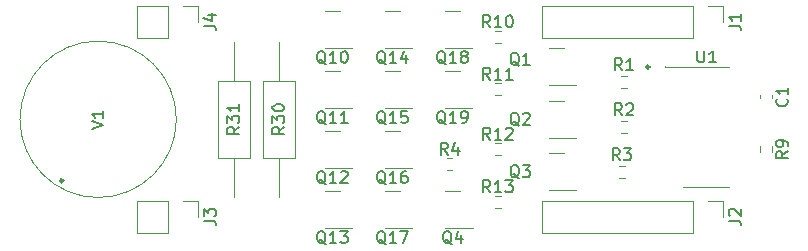
<source format=gbr>
G04 #@! TF.GenerationSoftware,KiCad,Pcbnew,6.0.4*
G04 #@! TF.CreationDate,2022-05-06T17:46:11+10:00*
G04 #@! TF.ProjectId,modularnixie,6d6f6475-6c61-4726-9e69-7869652e6b69,rev?*
G04 #@! TF.SameCoordinates,Original*
G04 #@! TF.FileFunction,Legend,Top*
G04 #@! TF.FilePolarity,Positive*
%FSLAX46Y46*%
G04 Gerber Fmt 4.6, Leading zero omitted, Abs format (unit mm)*
G04 Created by KiCad (PCBNEW 6.0.4) date 2022-05-06 17:46:11*
%MOMM*%
%LPD*%
G01*
G04 APERTURE LIST*
%ADD10C,0.150000*%
%ADD11C,0.275000*%
%ADD12C,0.120000*%
%ADD13C,0.283607*%
G04 APERTURE END LIST*
D10*
X124217201Y-59075000D02*
G75*
G03*
X124217201Y-59075000I-1J0D01*
G01*
D11*
X122884700Y-59075000D02*
G75*
G03*
X122884700Y-59075000I-137500J0D01*
G01*
D10*
G04 #@! TO.C,Q4*
X106141961Y-74067619D02*
X106046723Y-74020000D01*
X105951485Y-73924761D01*
X105808628Y-73781904D01*
X105713390Y-73734285D01*
X105618152Y-73734285D01*
X105665771Y-73972380D02*
X105570533Y-73924761D01*
X105475295Y-73829523D01*
X105427676Y-73639047D01*
X105427676Y-73305714D01*
X105475295Y-73115238D01*
X105570533Y-73020000D01*
X105665771Y-72972380D01*
X105856247Y-72972380D01*
X105951485Y-73020000D01*
X106046723Y-73115238D01*
X106094342Y-73305714D01*
X106094342Y-73639047D01*
X106046723Y-73829523D01*
X105951485Y-73924761D01*
X105856247Y-73972380D01*
X105665771Y-73972380D01*
X106951485Y-73305714D02*
X106951485Y-73972380D01*
X106713390Y-72924761D02*
X106475295Y-73639047D01*
X107094342Y-73639047D01*
G04 #@! TO.C,Q12*
X95475271Y-68987619D02*
X95380033Y-68940000D01*
X95284795Y-68844761D01*
X95141938Y-68701904D01*
X95046700Y-68654285D01*
X94951461Y-68654285D01*
X94999080Y-68892380D02*
X94903842Y-68844761D01*
X94808604Y-68749523D01*
X94760985Y-68559047D01*
X94760985Y-68225714D01*
X94808604Y-68035238D01*
X94903842Y-67940000D01*
X94999080Y-67892380D01*
X95189557Y-67892380D01*
X95284795Y-67940000D01*
X95380033Y-68035238D01*
X95427652Y-68225714D01*
X95427652Y-68559047D01*
X95380033Y-68749523D01*
X95284795Y-68844761D01*
X95189557Y-68892380D01*
X94999080Y-68892380D01*
X96380033Y-68892380D02*
X95808604Y-68892380D01*
X96094319Y-68892380D02*
X96094319Y-67892380D01*
X95999080Y-68035238D01*
X95903842Y-68130476D01*
X95808604Y-68178095D01*
X96760985Y-67987619D02*
X96808604Y-67940000D01*
X96903842Y-67892380D01*
X97141938Y-67892380D01*
X97237176Y-67940000D01*
X97284795Y-67987619D01*
X97332414Y-68082857D01*
X97332414Y-68178095D01*
X97284795Y-68320952D01*
X96713366Y-68892380D01*
X97332414Y-68892380D01*
G04 #@! TO.C,R3*
X120375533Y-66967380D02*
X120042200Y-66491190D01*
X119804104Y-66967380D02*
X119804104Y-65967380D01*
X120185057Y-65967380D01*
X120280295Y-66015000D01*
X120327914Y-66062619D01*
X120375533Y-66157857D01*
X120375533Y-66300714D01*
X120327914Y-66395952D01*
X120280295Y-66443571D01*
X120185057Y-66491190D01*
X119804104Y-66491190D01*
X120708866Y-65967380D02*
X121327914Y-65967380D01*
X120994580Y-66348333D01*
X121137438Y-66348333D01*
X121232676Y-66395952D01*
X121280295Y-66443571D01*
X121327914Y-66538809D01*
X121327914Y-66776904D01*
X121280295Y-66872142D01*
X121232676Y-66919761D01*
X121137438Y-66967380D01*
X120851723Y-66967380D01*
X120756485Y-66919761D01*
X120708866Y-66872142D01*
G04 #@! TO.C,U1*
X126955295Y-57687380D02*
X126955295Y-58496904D01*
X127002914Y-58592142D01*
X127050533Y-58639761D01*
X127145771Y-58687380D01*
X127336247Y-58687380D01*
X127431485Y-58639761D01*
X127479104Y-58592142D01*
X127526723Y-58496904D01*
X127526723Y-57687380D01*
X128526723Y-58687380D02*
X127955295Y-58687380D01*
X128241009Y-58687380D02*
X128241009Y-57687380D01*
X128145771Y-57830238D01*
X128050533Y-57925476D01*
X127955295Y-57973095D01*
G04 #@! TO.C,Q2*
X111856961Y-64047619D02*
X111761723Y-64000000D01*
X111666485Y-63904761D01*
X111523628Y-63761904D01*
X111428390Y-63714285D01*
X111333152Y-63714285D01*
X111380771Y-63952380D02*
X111285533Y-63904761D01*
X111190295Y-63809523D01*
X111142676Y-63619047D01*
X111142676Y-63285714D01*
X111190295Y-63095238D01*
X111285533Y-63000000D01*
X111380771Y-62952380D01*
X111571247Y-62952380D01*
X111666485Y-63000000D01*
X111761723Y-63095238D01*
X111809342Y-63285714D01*
X111809342Y-63619047D01*
X111761723Y-63809523D01*
X111666485Y-63904761D01*
X111571247Y-63952380D01*
X111380771Y-63952380D01*
X112190295Y-63047619D02*
X112237914Y-63000000D01*
X112333152Y-62952380D01*
X112571247Y-62952380D01*
X112666485Y-63000000D01*
X112714104Y-63047619D01*
X112761723Y-63142857D01*
X112761723Y-63238095D01*
X112714104Y-63380952D01*
X112142676Y-63952380D01*
X112761723Y-63952380D01*
G04 #@! TO.C,R30*
X91965780Y-64142857D02*
X91489590Y-64476190D01*
X91965780Y-64714285D02*
X90965780Y-64714285D01*
X90965780Y-64333333D01*
X91013400Y-64238095D01*
X91061019Y-64190476D01*
X91156257Y-64142857D01*
X91299114Y-64142857D01*
X91394352Y-64190476D01*
X91441971Y-64238095D01*
X91489590Y-64333333D01*
X91489590Y-64714285D01*
X90965780Y-63809523D02*
X90965780Y-63190476D01*
X91346733Y-63523809D01*
X91346733Y-63380952D01*
X91394352Y-63285714D01*
X91441971Y-63238095D01*
X91537209Y-63190476D01*
X91775304Y-63190476D01*
X91870542Y-63238095D01*
X91918161Y-63285714D01*
X91965780Y-63380952D01*
X91965780Y-63666666D01*
X91918161Y-63761904D01*
X91870542Y-63809523D01*
X90965780Y-62571428D02*
X90965780Y-62476190D01*
X91013400Y-62380952D01*
X91061019Y-62333333D01*
X91156257Y-62285714D01*
X91346733Y-62238095D01*
X91584828Y-62238095D01*
X91775304Y-62285714D01*
X91870542Y-62333333D01*
X91918161Y-62380952D01*
X91965780Y-62476190D01*
X91965780Y-62571428D01*
X91918161Y-62666666D01*
X91870542Y-62714285D01*
X91775304Y-62761904D01*
X91584828Y-62809523D01*
X91346733Y-62809523D01*
X91156257Y-62761904D01*
X91061019Y-62714285D01*
X91013400Y-62666666D01*
X90965780Y-62571428D01*
G04 #@! TO.C,J1*
X129609580Y-55578333D02*
X130323866Y-55578333D01*
X130466723Y-55625952D01*
X130561961Y-55721190D01*
X130609580Y-55864047D01*
X130609580Y-55959285D01*
X130609580Y-54578333D02*
X130609580Y-55149761D01*
X130609580Y-54864047D02*
X129609580Y-54864047D01*
X129752438Y-54959285D01*
X129847676Y-55054523D01*
X129895295Y-55149761D01*
G04 #@! TO.C,R9*
X134619580Y-66206666D02*
X134143390Y-66540000D01*
X134619580Y-66778095D02*
X133619580Y-66778095D01*
X133619580Y-66397142D01*
X133667200Y-66301904D01*
X133714819Y-66254285D01*
X133810057Y-66206666D01*
X133952914Y-66206666D01*
X134048152Y-66254285D01*
X134095771Y-66301904D01*
X134143390Y-66397142D01*
X134143390Y-66778095D01*
X134619580Y-65730476D02*
X134619580Y-65540000D01*
X134571961Y-65444761D01*
X134524342Y-65397142D01*
X134381485Y-65301904D01*
X134191009Y-65254285D01*
X133810057Y-65254285D01*
X133714819Y-65301904D01*
X133667200Y-65349523D01*
X133619580Y-65444761D01*
X133619580Y-65635238D01*
X133667200Y-65730476D01*
X133714819Y-65778095D01*
X133810057Y-65825714D01*
X134048152Y-65825714D01*
X134143390Y-65778095D01*
X134191009Y-65730476D01*
X134238628Y-65635238D01*
X134238628Y-65444761D01*
X134191009Y-65349523D01*
X134143390Y-65301904D01*
X134048152Y-65254285D01*
G04 #@! TO.C,Q14*
X100555271Y-58827619D02*
X100460033Y-58780000D01*
X100364795Y-58684761D01*
X100221938Y-58541904D01*
X100126700Y-58494285D01*
X100031461Y-58494285D01*
X100079080Y-58732380D02*
X99983842Y-58684761D01*
X99888604Y-58589523D01*
X99840985Y-58399047D01*
X99840985Y-58065714D01*
X99888604Y-57875238D01*
X99983842Y-57780000D01*
X100079080Y-57732380D01*
X100269557Y-57732380D01*
X100364795Y-57780000D01*
X100460033Y-57875238D01*
X100507652Y-58065714D01*
X100507652Y-58399047D01*
X100460033Y-58589523D01*
X100364795Y-58684761D01*
X100269557Y-58732380D01*
X100079080Y-58732380D01*
X101460033Y-58732380D02*
X100888604Y-58732380D01*
X101174319Y-58732380D02*
X101174319Y-57732380D01*
X101079080Y-57875238D01*
X100983842Y-57970476D01*
X100888604Y-58018095D01*
X102317176Y-58065714D02*
X102317176Y-58732380D01*
X102079080Y-57684761D02*
X101840985Y-58399047D01*
X102460033Y-58399047D01*
G04 #@! TO.C,J2*
X129609580Y-72088333D02*
X130323866Y-72088333D01*
X130466723Y-72135952D01*
X130561961Y-72231190D01*
X130609580Y-72374047D01*
X130609580Y-72469285D01*
X129704819Y-71659761D02*
X129657200Y-71612142D01*
X129609580Y-71516904D01*
X129609580Y-71278809D01*
X129657200Y-71183571D01*
X129704819Y-71135952D01*
X129800057Y-71088333D01*
X129895295Y-71088333D01*
X130038152Y-71135952D01*
X130609580Y-71707380D01*
X130609580Y-71088333D01*
G04 #@! TO.C,V1*
X75665780Y-64309523D02*
X76665780Y-63976190D01*
X75665780Y-63642857D01*
X76665780Y-62785714D02*
X76665780Y-63357142D01*
X76665780Y-63071428D02*
X75665780Y-63071428D01*
X75808638Y-63166666D01*
X75903876Y-63261904D01*
X75951495Y-63357142D01*
G04 #@! TO.C,Q3*
X111856961Y-68492619D02*
X111761723Y-68445000D01*
X111666485Y-68349761D01*
X111523628Y-68206904D01*
X111428390Y-68159285D01*
X111333152Y-68159285D01*
X111380771Y-68397380D02*
X111285533Y-68349761D01*
X111190295Y-68254523D01*
X111142676Y-68064047D01*
X111142676Y-67730714D01*
X111190295Y-67540238D01*
X111285533Y-67445000D01*
X111380771Y-67397380D01*
X111571247Y-67397380D01*
X111666485Y-67445000D01*
X111761723Y-67540238D01*
X111809342Y-67730714D01*
X111809342Y-68064047D01*
X111761723Y-68254523D01*
X111666485Y-68349761D01*
X111571247Y-68397380D01*
X111380771Y-68397380D01*
X112142676Y-67397380D02*
X112761723Y-67397380D01*
X112428390Y-67778333D01*
X112571247Y-67778333D01*
X112666485Y-67825952D01*
X112714104Y-67873571D01*
X112761723Y-67968809D01*
X112761723Y-68206904D01*
X112714104Y-68302142D01*
X112666485Y-68349761D01*
X112571247Y-68397380D01*
X112285533Y-68397380D01*
X112190295Y-68349761D01*
X112142676Y-68302142D01*
G04 #@! TO.C,R12*
X109404342Y-65222380D02*
X109071009Y-64746190D01*
X108832914Y-65222380D02*
X108832914Y-64222380D01*
X109213866Y-64222380D01*
X109309104Y-64270000D01*
X109356723Y-64317619D01*
X109404342Y-64412857D01*
X109404342Y-64555714D01*
X109356723Y-64650952D01*
X109309104Y-64698571D01*
X109213866Y-64746190D01*
X108832914Y-64746190D01*
X110356723Y-65222380D02*
X109785295Y-65222380D01*
X110071009Y-65222380D02*
X110071009Y-64222380D01*
X109975771Y-64365238D01*
X109880533Y-64460476D01*
X109785295Y-64508095D01*
X110737676Y-64317619D02*
X110785295Y-64270000D01*
X110880533Y-64222380D01*
X111118628Y-64222380D01*
X111213866Y-64270000D01*
X111261485Y-64317619D01*
X111309104Y-64412857D01*
X111309104Y-64508095D01*
X111261485Y-64650952D01*
X110690057Y-65222380D01*
X111309104Y-65222380D01*
G04 #@! TO.C,C1*
X134524342Y-61761666D02*
X134571961Y-61809285D01*
X134619580Y-61952142D01*
X134619580Y-62047380D01*
X134571961Y-62190238D01*
X134476723Y-62285476D01*
X134381485Y-62333095D01*
X134191009Y-62380714D01*
X134048152Y-62380714D01*
X133857676Y-62333095D01*
X133762438Y-62285476D01*
X133667200Y-62190238D01*
X133619580Y-62047380D01*
X133619580Y-61952142D01*
X133667200Y-61809285D01*
X133714819Y-61761666D01*
X134619580Y-60809285D02*
X134619580Y-61380714D01*
X134619580Y-61095000D02*
X133619580Y-61095000D01*
X133762438Y-61190238D01*
X133857676Y-61285476D01*
X133905295Y-61380714D01*
G04 #@! TO.C,Q10*
X95475271Y-58827619D02*
X95380033Y-58780000D01*
X95284795Y-58684761D01*
X95141938Y-58541904D01*
X95046700Y-58494285D01*
X94951461Y-58494285D01*
X94999080Y-58732380D02*
X94903842Y-58684761D01*
X94808604Y-58589523D01*
X94760985Y-58399047D01*
X94760985Y-58065714D01*
X94808604Y-57875238D01*
X94903842Y-57780000D01*
X94999080Y-57732380D01*
X95189557Y-57732380D01*
X95284795Y-57780000D01*
X95380033Y-57875238D01*
X95427652Y-58065714D01*
X95427652Y-58399047D01*
X95380033Y-58589523D01*
X95284795Y-58684761D01*
X95189557Y-58732380D01*
X94999080Y-58732380D01*
X96380033Y-58732380D02*
X95808604Y-58732380D01*
X96094319Y-58732380D02*
X96094319Y-57732380D01*
X95999080Y-57875238D01*
X95903842Y-57970476D01*
X95808604Y-58018095D01*
X96999080Y-57732380D02*
X97094319Y-57732380D01*
X97189557Y-57780000D01*
X97237176Y-57827619D01*
X97284795Y-57922857D01*
X97332414Y-58113333D01*
X97332414Y-58351428D01*
X97284795Y-58541904D01*
X97237176Y-58637142D01*
X97189557Y-58684761D01*
X97094319Y-58732380D01*
X96999080Y-58732380D01*
X96903842Y-58684761D01*
X96856223Y-58637142D01*
X96808604Y-58541904D01*
X96760985Y-58351428D01*
X96760985Y-58113333D01*
X96808604Y-57922857D01*
X96856223Y-57827619D01*
X96903842Y-57780000D01*
X96999080Y-57732380D01*
G04 #@! TO.C,Q13*
X95475271Y-74067619D02*
X95380033Y-74020000D01*
X95284795Y-73924761D01*
X95141938Y-73781904D01*
X95046700Y-73734285D01*
X94951461Y-73734285D01*
X94999080Y-73972380D02*
X94903842Y-73924761D01*
X94808604Y-73829523D01*
X94760985Y-73639047D01*
X94760985Y-73305714D01*
X94808604Y-73115238D01*
X94903842Y-73020000D01*
X94999080Y-72972380D01*
X95189557Y-72972380D01*
X95284795Y-73020000D01*
X95380033Y-73115238D01*
X95427652Y-73305714D01*
X95427652Y-73639047D01*
X95380033Y-73829523D01*
X95284795Y-73924761D01*
X95189557Y-73972380D01*
X94999080Y-73972380D01*
X96380033Y-73972380D02*
X95808604Y-73972380D01*
X96094319Y-73972380D02*
X96094319Y-72972380D01*
X95999080Y-73115238D01*
X95903842Y-73210476D01*
X95808604Y-73258095D01*
X96713366Y-72972380D02*
X97332414Y-72972380D01*
X96999080Y-73353333D01*
X97141938Y-73353333D01*
X97237176Y-73400952D01*
X97284795Y-73448571D01*
X97332414Y-73543809D01*
X97332414Y-73781904D01*
X97284795Y-73877142D01*
X97237176Y-73924761D01*
X97141938Y-73972380D01*
X96856223Y-73972380D01*
X96760985Y-73924761D01*
X96713366Y-73877142D01*
G04 #@! TO.C,Q17*
X100555271Y-74067619D02*
X100460033Y-74020000D01*
X100364795Y-73924761D01*
X100221938Y-73781904D01*
X100126700Y-73734285D01*
X100031461Y-73734285D01*
X100079080Y-73972380D02*
X99983842Y-73924761D01*
X99888604Y-73829523D01*
X99840985Y-73639047D01*
X99840985Y-73305714D01*
X99888604Y-73115238D01*
X99983842Y-73020000D01*
X100079080Y-72972380D01*
X100269557Y-72972380D01*
X100364795Y-73020000D01*
X100460033Y-73115238D01*
X100507652Y-73305714D01*
X100507652Y-73639047D01*
X100460033Y-73829523D01*
X100364795Y-73924761D01*
X100269557Y-73972380D01*
X100079080Y-73972380D01*
X101460033Y-73972380D02*
X100888604Y-73972380D01*
X101174319Y-73972380D02*
X101174319Y-72972380D01*
X101079080Y-73115238D01*
X100983842Y-73210476D01*
X100888604Y-73258095D01*
X101793366Y-72972380D02*
X102460033Y-72972380D01*
X102031461Y-73972380D01*
G04 #@! TO.C,J4*
X85159580Y-55578333D02*
X85873866Y-55578333D01*
X86016723Y-55625952D01*
X86111961Y-55721190D01*
X86159580Y-55864047D01*
X86159580Y-55959285D01*
X85492914Y-54673571D02*
X86159580Y-54673571D01*
X85111961Y-54911666D02*
X85826247Y-55149761D01*
X85826247Y-54530714D01*
G04 #@! TO.C,Q15*
X100555271Y-63907619D02*
X100460033Y-63860000D01*
X100364795Y-63764761D01*
X100221938Y-63621904D01*
X100126700Y-63574285D01*
X100031461Y-63574285D01*
X100079080Y-63812380D02*
X99983842Y-63764761D01*
X99888604Y-63669523D01*
X99840985Y-63479047D01*
X99840985Y-63145714D01*
X99888604Y-62955238D01*
X99983842Y-62860000D01*
X100079080Y-62812380D01*
X100269557Y-62812380D01*
X100364795Y-62860000D01*
X100460033Y-62955238D01*
X100507652Y-63145714D01*
X100507652Y-63479047D01*
X100460033Y-63669523D01*
X100364795Y-63764761D01*
X100269557Y-63812380D01*
X100079080Y-63812380D01*
X101460033Y-63812380D02*
X100888604Y-63812380D01*
X101174319Y-63812380D02*
X101174319Y-62812380D01*
X101079080Y-62955238D01*
X100983842Y-63050476D01*
X100888604Y-63098095D01*
X102364795Y-62812380D02*
X101888604Y-62812380D01*
X101840985Y-63288571D01*
X101888604Y-63240952D01*
X101983842Y-63193333D01*
X102221938Y-63193333D01*
X102317176Y-63240952D01*
X102364795Y-63288571D01*
X102412414Y-63383809D01*
X102412414Y-63621904D01*
X102364795Y-63717142D01*
X102317176Y-63764761D01*
X102221938Y-63812380D01*
X101983842Y-63812380D01*
X101888604Y-63764761D01*
X101840985Y-63717142D01*
G04 #@! TO.C,Q16*
X100555271Y-68987619D02*
X100460033Y-68940000D01*
X100364795Y-68844761D01*
X100221938Y-68701904D01*
X100126700Y-68654285D01*
X100031461Y-68654285D01*
X100079080Y-68892380D02*
X99983842Y-68844761D01*
X99888604Y-68749523D01*
X99840985Y-68559047D01*
X99840985Y-68225714D01*
X99888604Y-68035238D01*
X99983842Y-67940000D01*
X100079080Y-67892380D01*
X100269557Y-67892380D01*
X100364795Y-67940000D01*
X100460033Y-68035238D01*
X100507652Y-68225714D01*
X100507652Y-68559047D01*
X100460033Y-68749523D01*
X100364795Y-68844761D01*
X100269557Y-68892380D01*
X100079080Y-68892380D01*
X101460033Y-68892380D02*
X100888604Y-68892380D01*
X101174319Y-68892380D02*
X101174319Y-67892380D01*
X101079080Y-68035238D01*
X100983842Y-68130476D01*
X100888604Y-68178095D01*
X102317176Y-67892380D02*
X102126700Y-67892380D01*
X102031461Y-67940000D01*
X101983842Y-67987619D01*
X101888604Y-68130476D01*
X101840985Y-68320952D01*
X101840985Y-68701904D01*
X101888604Y-68797142D01*
X101936223Y-68844761D01*
X102031461Y-68892380D01*
X102221938Y-68892380D01*
X102317176Y-68844761D01*
X102364795Y-68797142D01*
X102412414Y-68701904D01*
X102412414Y-68463809D01*
X102364795Y-68368571D01*
X102317176Y-68320952D01*
X102221938Y-68273333D01*
X102031461Y-68273333D01*
X101936223Y-68320952D01*
X101888604Y-68368571D01*
X101840985Y-68463809D01*
G04 #@! TO.C,J3*
X85159580Y-72088333D02*
X85873866Y-72088333D01*
X86016723Y-72135952D01*
X86111961Y-72231190D01*
X86159580Y-72374047D01*
X86159580Y-72469285D01*
X85159580Y-71707380D02*
X85159580Y-71088333D01*
X85540533Y-71421666D01*
X85540533Y-71278809D01*
X85588152Y-71183571D01*
X85635771Y-71135952D01*
X85731009Y-71088333D01*
X85969104Y-71088333D01*
X86064342Y-71135952D01*
X86111961Y-71183571D01*
X86159580Y-71278809D01*
X86159580Y-71564523D01*
X86111961Y-71659761D01*
X86064342Y-71707380D01*
G04 #@! TO.C,Q19*
X105635271Y-63907619D02*
X105540033Y-63860000D01*
X105444795Y-63764761D01*
X105301938Y-63621904D01*
X105206700Y-63574285D01*
X105111461Y-63574285D01*
X105159080Y-63812380D02*
X105063842Y-63764761D01*
X104968604Y-63669523D01*
X104920985Y-63479047D01*
X104920985Y-63145714D01*
X104968604Y-62955238D01*
X105063842Y-62860000D01*
X105159080Y-62812380D01*
X105349557Y-62812380D01*
X105444795Y-62860000D01*
X105540033Y-62955238D01*
X105587652Y-63145714D01*
X105587652Y-63479047D01*
X105540033Y-63669523D01*
X105444795Y-63764761D01*
X105349557Y-63812380D01*
X105159080Y-63812380D01*
X106540033Y-63812380D02*
X105968604Y-63812380D01*
X106254319Y-63812380D02*
X106254319Y-62812380D01*
X106159080Y-62955238D01*
X106063842Y-63050476D01*
X105968604Y-63098095D01*
X107016223Y-63812380D02*
X107206700Y-63812380D01*
X107301938Y-63764761D01*
X107349557Y-63717142D01*
X107444795Y-63574285D01*
X107492414Y-63383809D01*
X107492414Y-63002857D01*
X107444795Y-62907619D01*
X107397176Y-62860000D01*
X107301938Y-62812380D01*
X107111461Y-62812380D01*
X107016223Y-62860000D01*
X106968604Y-62907619D01*
X106920985Y-63002857D01*
X106920985Y-63240952D01*
X106968604Y-63336190D01*
X107016223Y-63383809D01*
X107111461Y-63431428D01*
X107301938Y-63431428D01*
X107397176Y-63383809D01*
X107444795Y-63336190D01*
X107492414Y-63240952D01*
G04 #@! TO.C,R31*
X88155780Y-64142857D02*
X87679590Y-64476190D01*
X88155780Y-64714285D02*
X87155780Y-64714285D01*
X87155780Y-64333333D01*
X87203400Y-64238095D01*
X87251019Y-64190476D01*
X87346257Y-64142857D01*
X87489114Y-64142857D01*
X87584352Y-64190476D01*
X87631971Y-64238095D01*
X87679590Y-64333333D01*
X87679590Y-64714285D01*
X87155780Y-63809523D02*
X87155780Y-63190476D01*
X87536733Y-63523809D01*
X87536733Y-63380952D01*
X87584352Y-63285714D01*
X87631971Y-63238095D01*
X87727209Y-63190476D01*
X87965304Y-63190476D01*
X88060542Y-63238095D01*
X88108161Y-63285714D01*
X88155780Y-63380952D01*
X88155780Y-63666666D01*
X88108161Y-63761904D01*
X88060542Y-63809523D01*
X88155780Y-62238095D02*
X88155780Y-62809523D01*
X88155780Y-62523809D02*
X87155780Y-62523809D01*
X87298638Y-62619047D01*
X87393876Y-62714285D01*
X87441495Y-62809523D01*
G04 #@! TO.C,Q18*
X105635271Y-58827619D02*
X105540033Y-58780000D01*
X105444795Y-58684761D01*
X105301938Y-58541904D01*
X105206700Y-58494285D01*
X105111461Y-58494285D01*
X105159080Y-58732380D02*
X105063842Y-58684761D01*
X104968604Y-58589523D01*
X104920985Y-58399047D01*
X104920985Y-58065714D01*
X104968604Y-57875238D01*
X105063842Y-57780000D01*
X105159080Y-57732380D01*
X105349557Y-57732380D01*
X105444795Y-57780000D01*
X105540033Y-57875238D01*
X105587652Y-58065714D01*
X105587652Y-58399047D01*
X105540033Y-58589523D01*
X105444795Y-58684761D01*
X105349557Y-58732380D01*
X105159080Y-58732380D01*
X106540033Y-58732380D02*
X105968604Y-58732380D01*
X106254319Y-58732380D02*
X106254319Y-57732380D01*
X106159080Y-57875238D01*
X106063842Y-57970476D01*
X105968604Y-58018095D01*
X107111461Y-58160952D02*
X107016223Y-58113333D01*
X106968604Y-58065714D01*
X106920985Y-57970476D01*
X106920985Y-57922857D01*
X106968604Y-57827619D01*
X107016223Y-57780000D01*
X107111461Y-57732380D01*
X107301938Y-57732380D01*
X107397176Y-57780000D01*
X107444795Y-57827619D01*
X107492414Y-57922857D01*
X107492414Y-57970476D01*
X107444795Y-58065714D01*
X107397176Y-58113333D01*
X107301938Y-58160952D01*
X107111461Y-58160952D01*
X107016223Y-58208571D01*
X106968604Y-58256190D01*
X106920985Y-58351428D01*
X106920985Y-58541904D01*
X106968604Y-58637142D01*
X107016223Y-58684761D01*
X107111461Y-58732380D01*
X107301938Y-58732380D01*
X107397176Y-58684761D01*
X107444795Y-58637142D01*
X107492414Y-58541904D01*
X107492414Y-58351428D01*
X107444795Y-58256190D01*
X107397176Y-58208571D01*
X107301938Y-58160952D01*
G04 #@! TO.C,Q1*
X111856961Y-58967619D02*
X111761723Y-58920000D01*
X111666485Y-58824761D01*
X111523628Y-58681904D01*
X111428390Y-58634285D01*
X111333152Y-58634285D01*
X111380771Y-58872380D02*
X111285533Y-58824761D01*
X111190295Y-58729523D01*
X111142676Y-58539047D01*
X111142676Y-58205714D01*
X111190295Y-58015238D01*
X111285533Y-57920000D01*
X111380771Y-57872380D01*
X111571247Y-57872380D01*
X111666485Y-57920000D01*
X111761723Y-58015238D01*
X111809342Y-58205714D01*
X111809342Y-58539047D01*
X111761723Y-58729523D01*
X111666485Y-58824761D01*
X111571247Y-58872380D01*
X111380771Y-58872380D01*
X112761723Y-58872380D02*
X112190295Y-58872380D01*
X112476009Y-58872380D02*
X112476009Y-57872380D01*
X112380771Y-58015238D01*
X112285533Y-58110476D01*
X112190295Y-58158095D01*
G04 #@! TO.C,R1*
X120565533Y-59347380D02*
X120232200Y-58871190D01*
X119994104Y-59347380D02*
X119994104Y-58347380D01*
X120375057Y-58347380D01*
X120470295Y-58395000D01*
X120517914Y-58442619D01*
X120565533Y-58537857D01*
X120565533Y-58680714D01*
X120517914Y-58775952D01*
X120470295Y-58823571D01*
X120375057Y-58871190D01*
X119994104Y-58871190D01*
X121517914Y-59347380D02*
X120946485Y-59347380D01*
X121232200Y-59347380D02*
X121232200Y-58347380D01*
X121136961Y-58490238D01*
X121041723Y-58585476D01*
X120946485Y-58633095D01*
G04 #@! TO.C,R10*
X109404342Y-55697380D02*
X109071009Y-55221190D01*
X108832914Y-55697380D02*
X108832914Y-54697380D01*
X109213866Y-54697380D01*
X109309104Y-54745000D01*
X109356723Y-54792619D01*
X109404342Y-54887857D01*
X109404342Y-55030714D01*
X109356723Y-55125952D01*
X109309104Y-55173571D01*
X109213866Y-55221190D01*
X108832914Y-55221190D01*
X110356723Y-55697380D02*
X109785295Y-55697380D01*
X110071009Y-55697380D02*
X110071009Y-54697380D01*
X109975771Y-54840238D01*
X109880533Y-54935476D01*
X109785295Y-54983095D01*
X110975771Y-54697380D02*
X111071009Y-54697380D01*
X111166247Y-54745000D01*
X111213866Y-54792619D01*
X111261485Y-54887857D01*
X111309104Y-55078333D01*
X111309104Y-55316428D01*
X111261485Y-55506904D01*
X111213866Y-55602142D01*
X111166247Y-55649761D01*
X111071009Y-55697380D01*
X110975771Y-55697380D01*
X110880533Y-55649761D01*
X110832914Y-55602142D01*
X110785295Y-55506904D01*
X110737676Y-55316428D01*
X110737676Y-55078333D01*
X110785295Y-54887857D01*
X110832914Y-54792619D01*
X110880533Y-54745000D01*
X110975771Y-54697380D01*
G04 #@! TO.C,R11*
X109404342Y-60142380D02*
X109071009Y-59666190D01*
X108832914Y-60142380D02*
X108832914Y-59142380D01*
X109213866Y-59142380D01*
X109309104Y-59190000D01*
X109356723Y-59237619D01*
X109404342Y-59332857D01*
X109404342Y-59475714D01*
X109356723Y-59570952D01*
X109309104Y-59618571D01*
X109213866Y-59666190D01*
X108832914Y-59666190D01*
X110356723Y-60142380D02*
X109785295Y-60142380D01*
X110071009Y-60142380D02*
X110071009Y-59142380D01*
X109975771Y-59285238D01*
X109880533Y-59380476D01*
X109785295Y-59428095D01*
X111309104Y-60142380D02*
X110737676Y-60142380D01*
X111023390Y-60142380D02*
X111023390Y-59142380D01*
X110928152Y-59285238D01*
X110832914Y-59380476D01*
X110737676Y-59428095D01*
G04 #@! TO.C,R4*
X105811233Y-66492380D02*
X105477900Y-66016190D01*
X105239804Y-66492380D02*
X105239804Y-65492380D01*
X105620757Y-65492380D01*
X105715995Y-65540000D01*
X105763614Y-65587619D01*
X105811233Y-65682857D01*
X105811233Y-65825714D01*
X105763614Y-65920952D01*
X105715995Y-65968571D01*
X105620757Y-66016190D01*
X105239804Y-66016190D01*
X106668376Y-65825714D02*
X106668376Y-66492380D01*
X106430280Y-65444761D02*
X106192185Y-66159047D01*
X106811233Y-66159047D01*
G04 #@! TO.C,Q11*
X95475271Y-63907619D02*
X95380033Y-63860000D01*
X95284795Y-63764761D01*
X95141938Y-63621904D01*
X95046700Y-63574285D01*
X94951461Y-63574285D01*
X94999080Y-63812380D02*
X94903842Y-63764761D01*
X94808604Y-63669523D01*
X94760985Y-63479047D01*
X94760985Y-63145714D01*
X94808604Y-62955238D01*
X94903842Y-62860000D01*
X94999080Y-62812380D01*
X95189557Y-62812380D01*
X95284795Y-62860000D01*
X95380033Y-62955238D01*
X95427652Y-63145714D01*
X95427652Y-63479047D01*
X95380033Y-63669523D01*
X95284795Y-63764761D01*
X95189557Y-63812380D01*
X94999080Y-63812380D01*
X96380033Y-63812380D02*
X95808604Y-63812380D01*
X96094319Y-63812380D02*
X96094319Y-62812380D01*
X95999080Y-62955238D01*
X95903842Y-63050476D01*
X95808604Y-63098095D01*
X97332414Y-63812380D02*
X96760985Y-63812380D01*
X97046700Y-63812380D02*
X97046700Y-62812380D01*
X96951461Y-62955238D01*
X96856223Y-63050476D01*
X96760985Y-63098095D01*
G04 #@! TO.C,R13*
X109404342Y-69667380D02*
X109071009Y-69191190D01*
X108832914Y-69667380D02*
X108832914Y-68667380D01*
X109213866Y-68667380D01*
X109309104Y-68715000D01*
X109356723Y-68762619D01*
X109404342Y-68857857D01*
X109404342Y-69000714D01*
X109356723Y-69095952D01*
X109309104Y-69143571D01*
X109213866Y-69191190D01*
X108832914Y-69191190D01*
X110356723Y-69667380D02*
X109785295Y-69667380D01*
X110071009Y-69667380D02*
X110071009Y-68667380D01*
X109975771Y-68810238D01*
X109880533Y-68905476D01*
X109785295Y-68953095D01*
X110690057Y-68667380D02*
X111309104Y-68667380D01*
X110975771Y-69048333D01*
X111118628Y-69048333D01*
X111213866Y-69095952D01*
X111261485Y-69143571D01*
X111309104Y-69238809D01*
X111309104Y-69476904D01*
X111261485Y-69572142D01*
X111213866Y-69619761D01*
X111118628Y-69667380D01*
X110832914Y-69667380D01*
X110737676Y-69619761D01*
X110690057Y-69572142D01*
G04 #@! TO.C,R2*
X120565533Y-63157380D02*
X120232200Y-62681190D01*
X119994104Y-63157380D02*
X119994104Y-62157380D01*
X120375057Y-62157380D01*
X120470295Y-62205000D01*
X120517914Y-62252619D01*
X120565533Y-62347857D01*
X120565533Y-62490714D01*
X120517914Y-62585952D01*
X120470295Y-62633571D01*
X120375057Y-62681190D01*
X119994104Y-62681190D01*
X120946485Y-62252619D02*
X120994104Y-62205000D01*
X121089342Y-62157380D01*
X121327438Y-62157380D01*
X121422676Y-62205000D01*
X121470295Y-62252619D01*
X121517914Y-62347857D01*
X121517914Y-62443095D01*
X121470295Y-62585952D01*
X120898866Y-63157380D01*
X121517914Y-63157380D01*
D12*
G04 #@! TO.C,Q4*
X106237200Y-69560000D02*
X105587200Y-69560000D01*
X106237200Y-72680000D02*
X105587200Y-72680000D01*
X106237200Y-69560000D02*
X106887200Y-69560000D01*
X106237200Y-72680000D02*
X107912200Y-72680000D01*
G04 #@! TO.C,Q12*
X96046700Y-64480000D02*
X96696700Y-64480000D01*
X96046700Y-64480000D02*
X95396700Y-64480000D01*
X96046700Y-67600000D02*
X95396700Y-67600000D01*
X96046700Y-67600000D02*
X97721700Y-67600000D01*
G04 #@! TO.C,R3*
X120304942Y-67422500D02*
X120779458Y-67422500D01*
X120304942Y-68467500D02*
X120779458Y-68467500D01*
G04 #@! TO.C,U1*
X127717200Y-69195000D02*
X125767200Y-69195000D01*
X127717200Y-69195000D02*
X129667200Y-69195000D01*
X127717200Y-59075000D02*
X124217200Y-59075000D01*
X127717200Y-59075000D02*
X129667200Y-59075000D01*
G04 #@! TO.C,Q2*
X115017200Y-61940000D02*
X114367200Y-61940000D01*
X115017200Y-61940000D02*
X115667200Y-61940000D01*
X115017200Y-65060000D02*
X116692200Y-65060000D01*
X115017200Y-65060000D02*
X114367200Y-65060000D01*
G04 #@! TO.C,R30*
X91513400Y-70080000D02*
X91513400Y-66770000D01*
X91513400Y-56920000D02*
X91513400Y-60230000D01*
X90143400Y-66770000D02*
X92883400Y-66770000D01*
X90143400Y-60230000D02*
X90143400Y-66770000D01*
X92883400Y-66770000D02*
X92883400Y-60230000D01*
X92883400Y-60230000D02*
X90143400Y-60230000D01*
G04 #@! TO.C,J1*
X126557200Y-53915000D02*
X113797200Y-53915000D01*
X129157200Y-53915000D02*
X129157200Y-55245000D01*
X127827200Y-53915000D02*
X129157200Y-53915000D01*
X113797200Y-53915000D02*
X113797200Y-56575000D01*
X126557200Y-53915000D02*
X126557200Y-56575000D01*
X126557200Y-56575000D02*
X113797200Y-56575000D01*
G04 #@! TO.C,R9*
X132214700Y-65802742D02*
X132214700Y-66277258D01*
X133259700Y-65802742D02*
X133259700Y-66277258D01*
G04 #@! TO.C,Q14*
X101126700Y-54320000D02*
X100476700Y-54320000D01*
X101126700Y-57440000D02*
X100476700Y-57440000D01*
X101126700Y-54320000D02*
X101776700Y-54320000D01*
X101126700Y-57440000D02*
X102801700Y-57440000D01*
G04 #@! TO.C,J2*
X126557200Y-70425000D02*
X126557200Y-73085000D01*
X129157200Y-70425000D02*
X129157200Y-71755000D01*
X127827200Y-70425000D02*
X129157200Y-70425000D01*
X126557200Y-73085000D02*
X113797200Y-73085000D01*
X113797200Y-70425000D02*
X113797200Y-73085000D01*
X126557200Y-70425000D02*
X113797200Y-70425000D01*
G04 #@! TO.C,V1*
X82833400Y-63500000D02*
G75*
G03*
X82833400Y-63500000I-6620000J0D01*
G01*
D13*
X73255203Y-68700000D02*
G75*
G03*
X73255203Y-68700000I-141803J0D01*
G01*
D12*
G04 #@! TO.C,Q3*
X115017200Y-66385000D02*
X114367200Y-66385000D01*
X115017200Y-69505000D02*
X116692200Y-69505000D01*
X115017200Y-69505000D02*
X114367200Y-69505000D01*
X115017200Y-66385000D02*
X115667200Y-66385000D01*
G04 #@! TO.C,R12*
X109809942Y-66562500D02*
X110284458Y-66562500D01*
X109809942Y-65517500D02*
X110284458Y-65517500D01*
G04 #@! TO.C,C1*
X133247200Y-61454420D02*
X133247200Y-61735580D01*
X132227200Y-61454420D02*
X132227200Y-61735580D01*
G04 #@! TO.C,Q10*
X96046700Y-54320000D02*
X95396700Y-54320000D01*
X96046700Y-54320000D02*
X96696700Y-54320000D01*
X96046700Y-57440000D02*
X95396700Y-57440000D01*
X96046700Y-57440000D02*
X97721700Y-57440000D01*
G04 #@! TO.C,Q13*
X96046700Y-69560000D02*
X95396700Y-69560000D01*
X96046700Y-72680000D02*
X97721700Y-72680000D01*
X96046700Y-69560000D02*
X96696700Y-69560000D01*
X96046700Y-72680000D02*
X95396700Y-72680000D01*
G04 #@! TO.C,Q17*
X101126700Y-69560000D02*
X100476700Y-69560000D01*
X101126700Y-72680000D02*
X100476700Y-72680000D01*
X101126700Y-72680000D02*
X102801700Y-72680000D01*
X101126700Y-69560000D02*
X101776700Y-69560000D01*
G04 #@! TO.C,J4*
X84707200Y-53915000D02*
X84707200Y-55245000D01*
X83377200Y-53915000D02*
X84707200Y-53915000D01*
X82107200Y-53915000D02*
X82107200Y-56575000D01*
X82107200Y-56575000D02*
X79507200Y-56575000D01*
X82107200Y-53915000D02*
X79507200Y-53915000D01*
X79507200Y-53915000D02*
X79507200Y-56575000D01*
G04 #@! TO.C,Q15*
X101126700Y-62520000D02*
X102801700Y-62520000D01*
X101126700Y-59400000D02*
X101776700Y-59400000D01*
X101126700Y-62520000D02*
X100476700Y-62520000D01*
X101126700Y-59400000D02*
X100476700Y-59400000D01*
G04 #@! TO.C,Q16*
X101126700Y-67600000D02*
X100476700Y-67600000D01*
X101126700Y-64480000D02*
X101776700Y-64480000D01*
X101126700Y-67600000D02*
X102801700Y-67600000D01*
X101126700Y-64480000D02*
X100476700Y-64480000D01*
G04 #@! TO.C,J3*
X82107200Y-70425000D02*
X79507200Y-70425000D01*
X79507200Y-70425000D02*
X79507200Y-73085000D01*
X82107200Y-70425000D02*
X82107200Y-73085000D01*
X82107200Y-73085000D02*
X79507200Y-73085000D01*
X84707200Y-70425000D02*
X84707200Y-71755000D01*
X83377200Y-70425000D02*
X84707200Y-70425000D01*
G04 #@! TO.C,Q19*
X106206700Y-62520000D02*
X107881700Y-62520000D01*
X106206700Y-59400000D02*
X105556700Y-59400000D01*
X106206700Y-62520000D02*
X105556700Y-62520000D01*
X106206700Y-59400000D02*
X106856700Y-59400000D01*
G04 #@! TO.C,R31*
X86333400Y-66770000D02*
X89073400Y-66770000D01*
X86333400Y-60230000D02*
X86333400Y-66770000D01*
X89073400Y-60230000D02*
X86333400Y-60230000D01*
X87703400Y-70080000D02*
X87703400Y-66770000D01*
X87703400Y-56920000D02*
X87703400Y-60230000D01*
X89073400Y-66770000D02*
X89073400Y-60230000D01*
G04 #@! TO.C,Q18*
X106206700Y-57440000D02*
X105556700Y-57440000D01*
X106206700Y-54320000D02*
X106856700Y-54320000D01*
X106206700Y-57440000D02*
X107881700Y-57440000D01*
X106206700Y-54320000D02*
X105556700Y-54320000D01*
G04 #@! TO.C,Q1*
X115017200Y-60615000D02*
X116692200Y-60615000D01*
X115017200Y-57495000D02*
X115667200Y-57495000D01*
X115017200Y-57495000D02*
X114367200Y-57495000D01*
X115017200Y-60615000D02*
X114367200Y-60615000D01*
G04 #@! TO.C,R1*
X120494942Y-59802500D02*
X120969458Y-59802500D01*
X120494942Y-60847500D02*
X120969458Y-60847500D01*
G04 #@! TO.C,R10*
X109809942Y-57037500D02*
X110284458Y-57037500D01*
X109809942Y-55992500D02*
X110284458Y-55992500D01*
G04 #@! TO.C,R11*
X109809942Y-61482500D02*
X110284458Y-61482500D01*
X109809942Y-60437500D02*
X110284458Y-60437500D01*
G04 #@! TO.C,R4*
X105740642Y-67832500D02*
X106215158Y-67832500D01*
X105740642Y-66787500D02*
X106215158Y-66787500D01*
G04 #@! TO.C,Q11*
X96046700Y-59400000D02*
X95396700Y-59400000D01*
X96046700Y-62520000D02*
X95396700Y-62520000D01*
X96046700Y-62520000D02*
X97721700Y-62520000D01*
X96046700Y-59400000D02*
X96696700Y-59400000D01*
G04 #@! TO.C,R13*
X109809942Y-69962500D02*
X110284458Y-69962500D01*
X109809942Y-71007500D02*
X110284458Y-71007500D01*
G04 #@! TO.C,R2*
X120494942Y-63612500D02*
X120969458Y-63612500D01*
X120494942Y-64657500D02*
X120969458Y-64657500D01*
G04 #@! TD*
M02*

</source>
